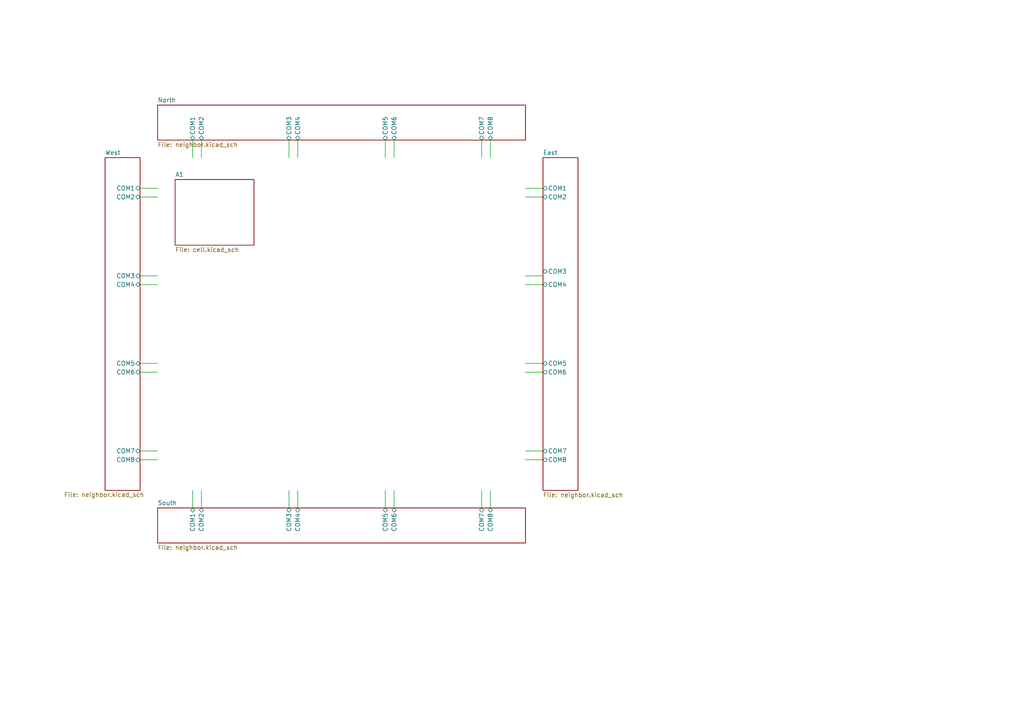
<source format=kicad_sch>
(kicad_sch
	(version 20231120)
	(generator "eeschema")
	(generator_version "8.0")
	(uuid "ff3c8bfc-2057-427e-8251-214e4adc7066")
	(paper "A4")
	(lib_symbols)
	(wire
		(pts
			(xy 114.3 40.64) (xy 114.3 45.72)
		)
		(stroke
			(width 0)
			(type default)
		)
		(uuid "0d200781-f006-4dc6-84e6-455b64a90f58")
	)
	(wire
		(pts
			(xy 83.82 40.64) (xy 83.82 45.72)
		)
		(stroke
			(width 0)
			(type default)
		)
		(uuid "0de16292-fab1-4dbd-a8fb-b21492f5240a")
	)
	(wire
		(pts
			(xy 139.7 40.64) (xy 139.7 45.72)
		)
		(stroke
			(width 0)
			(type default)
		)
		(uuid "0e43b729-f42f-46fb-9596-a245f9d5e2cc")
	)
	(wire
		(pts
			(xy 139.7 142.24) (xy 139.7 147.32)
		)
		(stroke
			(width 0)
			(type default)
		)
		(uuid "0f26eff5-e710-4395-9fbe-0f16590fb6a3")
	)
	(wire
		(pts
			(xy 152.4 130.81) (xy 157.48 130.81)
		)
		(stroke
			(width 0)
			(type default)
		)
		(uuid "1c38509a-07ea-4525-990f-11e0b60f9fb4")
	)
	(wire
		(pts
			(xy 142.24 142.24) (xy 142.24 147.32)
		)
		(stroke
			(width 0)
			(type default)
		)
		(uuid "2594c66e-1347-45d7-8154-c2fb403390b4")
	)
	(wire
		(pts
			(xy 111.76 142.24) (xy 111.76 147.32)
		)
		(stroke
			(width 0)
			(type default)
		)
		(uuid "36f09b31-5405-4676-b9bd-8fd42f1a6135")
	)
	(wire
		(pts
			(xy 40.64 107.95) (xy 45.72 107.95)
		)
		(stroke
			(width 0)
			(type default)
		)
		(uuid "3cd7b9d7-c372-4d7b-81d9-1632812f7cac")
	)
	(wire
		(pts
			(xy 152.4 105.41) (xy 157.48 105.41)
		)
		(stroke
			(width 0)
			(type default)
		)
		(uuid "3ee83b7c-d8ea-428e-92d8-651d59bcef6c")
	)
	(wire
		(pts
			(xy 55.88 142.24) (xy 55.88 147.32)
		)
		(stroke
			(width 0)
			(type default)
		)
		(uuid "4a126896-9a4f-4415-83b8-be8be4fd156b")
	)
	(wire
		(pts
			(xy 55.88 40.64) (xy 55.88 45.72)
		)
		(stroke
			(width 0)
			(type default)
		)
		(uuid "4ae47baf-37bb-48d6-b8cc-89aee578edc9")
	)
	(wire
		(pts
			(xy 111.76 40.64) (xy 111.76 45.72)
		)
		(stroke
			(width 0)
			(type default)
		)
		(uuid "5f8da6ad-d804-49b9-9d4d-b4903131331e")
	)
	(wire
		(pts
			(xy 152.4 133.35) (xy 157.48 133.35)
		)
		(stroke
			(width 0)
			(type default)
		)
		(uuid "693f32ff-9a9f-4857-aba3-6280de599a00")
	)
	(wire
		(pts
			(xy 152.4 57.15) (xy 157.48 57.15)
		)
		(stroke
			(width 0)
			(type default)
		)
		(uuid "69fa719e-fb59-4fbe-8667-346135174f34")
	)
	(wire
		(pts
			(xy 86.36 142.24) (xy 86.36 147.32)
		)
		(stroke
			(width 0)
			(type default)
		)
		(uuid "6b264aa3-fa95-4f33-8796-65624682037a")
	)
	(wire
		(pts
			(xy 40.64 130.81) (xy 45.72 130.81)
		)
		(stroke
			(width 0)
			(type default)
		)
		(uuid "756ebee3-a080-4fb8-9bde-94686e33e68d")
	)
	(wire
		(pts
			(xy 83.82 142.24) (xy 83.82 147.32)
		)
		(stroke
			(width 0)
			(type default)
		)
		(uuid "8ea18366-4dac-45e4-9676-a6712f9a965b")
	)
	(wire
		(pts
			(xy 40.64 80.01) (xy 45.72 80.01)
		)
		(stroke
			(width 0)
			(type default)
		)
		(uuid "911e2247-2d0b-4128-afbe-fc2208d92525")
	)
	(wire
		(pts
			(xy 58.42 142.24) (xy 58.42 147.32)
		)
		(stroke
			(width 0)
			(type default)
		)
		(uuid "977fed95-a72a-42f3-aa78-19b9ac1f4854")
	)
	(wire
		(pts
			(xy 40.64 57.15) (xy 45.72 57.15)
		)
		(stroke
			(width 0)
			(type default)
		)
		(uuid "af91b1a0-765f-47fa-a356-1eb2dca419f4")
	)
	(wire
		(pts
			(xy 40.64 133.35) (xy 45.72 133.35)
		)
		(stroke
			(width 0)
			(type default)
		)
		(uuid "b19bed5f-0239-49fc-a39c-9ae5a7f1c630")
	)
	(wire
		(pts
			(xy 152.4 54.61) (xy 157.48 54.61)
		)
		(stroke
			(width 0)
			(type default)
		)
		(uuid "bc4805b8-a3df-44b2-9ff9-8c0055a002ad")
	)
	(wire
		(pts
			(xy 40.64 82.55) (xy 45.72 82.55)
		)
		(stroke
			(width 0)
			(type default)
		)
		(uuid "beaf22fc-1a1d-4797-94dd-33e6d5996793")
	)
	(wire
		(pts
			(xy 152.4 80.01) (xy 157.48 80.01)
		)
		(stroke
			(width 0)
			(type default)
		)
		(uuid "c97eb480-b340-4438-8e52-a005416aa7a7")
	)
	(wire
		(pts
			(xy 40.64 105.41) (xy 45.72 105.41)
		)
		(stroke
			(width 0)
			(type default)
		)
		(uuid "ccc10d02-f46f-4c6c-83db-5ab8029b9320")
	)
	(wire
		(pts
			(xy 152.4 82.55) (xy 157.48 82.55)
		)
		(stroke
			(width 0)
			(type default)
		)
		(uuid "cfcb15f1-c6b2-473f-8f53-78ab1d90353a")
	)
	(wire
		(pts
			(xy 114.3 142.24) (xy 114.3 147.32)
		)
		(stroke
			(width 0)
			(type default)
		)
		(uuid "d447d4ec-b21d-44b6-9871-f48cbc5e30f9")
	)
	(wire
		(pts
			(xy 40.64 54.61) (xy 45.72 54.61)
		)
		(stroke
			(width 0)
			(type default)
		)
		(uuid "dac6bc91-4f4d-4fc3-8526-89f53512a7d6")
	)
	(wire
		(pts
			(xy 142.24 40.64) (xy 142.24 45.72)
		)
		(stroke
			(width 0)
			(type default)
		)
		(uuid "e028c4c3-b060-4969-8bf1-fc792aae0047")
	)
	(wire
		(pts
			(xy 58.42 40.64) (xy 58.42 45.72)
		)
		(stroke
			(width 0)
			(type default)
		)
		(uuid "e4203119-3c9a-4053-94d5-58b80f502b3c")
	)
	(wire
		(pts
			(xy 152.4 107.95) (xy 157.48 107.95)
		)
		(stroke
			(width 0)
			(type default)
		)
		(uuid "ef9e7fd2-2df2-47d0-ba84-5dad2567fbbf")
	)
	(wire
		(pts
			(xy 86.36 40.64) (xy 86.36 45.72)
		)
		(stroke
			(width 0)
			(type default)
		)
		(uuid "f5e4315a-0fbd-4ef4-8ef7-b182d7cbeb22")
	)
	(sheet
		(at 157.48 45.72)
		(size 10.16 96.52)
		(fields_autoplaced yes)
		(stroke
			(width 0.1524)
			(type solid)
		)
		(fill
			(color 0 0 0 0.0000)
		)
		(uuid "05e770d7-2efe-4663-98ad-3e554fa7fd2a")
		(property "Sheetname" "East"
			(at 157.48 45.0084 0)
			(effects
				(font
					(size 1.27 1.27)
				)
				(justify left bottom)
			)
		)
		(property "Sheetfile" "neighbor.kicad_sch"
			(at 157.48 142.8246 0)
			(effects
				(font
					(size 1.27 1.27)
				)
				(justify left top)
			)
		)
		(pin "COM4" bidirectional
			(at 157.48 82.55 180)
			(effects
				(font
					(size 1.27 1.27)
				)
				(justify left)
			)
			(uuid "147752f2-726c-4487-96a0-4108a8bf3c8a")
		)
		(pin "COM5" bidirectional
			(at 157.48 105.41 180)
			(effects
				(font
					(size 1.27 1.27)
				)
				(justify left)
			)
			(uuid "6ce8e468-d42c-4f97-952e-8c2a16b3e69b")
		)
		(pin "COM6" bidirectional
			(at 157.48 107.95 180)
			(effects
				(font
					(size 1.27 1.27)
				)
				(justify left)
			)
			(uuid "39db3984-b254-40b6-b5b1-7b4f84f7e947")
		)
		(pin "COM7" bidirectional
			(at 157.48 130.81 180)
			(effects
				(font
					(size 1.27 1.27)
				)
				(justify left)
			)
			(uuid "d279aada-ffd8-417d-8380-19325b82e6fb")
		)
		(pin "COM8" bidirectional
			(at 157.48 133.35 180)
			(effects
				(font
					(size 1.27 1.27)
				)
				(justify left)
			)
			(uuid "e2555b5e-7b6c-402c-8dd6-bb19309cc1f6")
		)
		(pin "COM2" bidirectional
			(at 157.48 57.15 180)
			(effects
				(font
					(size 1.27 1.27)
				)
				(justify left)
			)
			(uuid "010b4543-bcd3-46d8-b2b2-f003a4e8525e")
		)
		(pin "COM3" bidirectional
			(at 157.48 78.74 180)
			(effects
				(font
					(size 1.27 1.27)
				)
				(justify left)
			)
			(uuid "4ec7d1cb-cffc-47ce-8ae1-bee381e3d14f")
		)
		(pin "COM1" bidirectional
			(at 157.48 54.61 180)
			(effects
				(font
					(size 1.27 1.27)
				)
				(justify left)
			)
			(uuid "0aed802b-5595-4703-9d6e-1deac8dfcf43")
		)
		(instances
			(project "backplane-rev2"
				(path "/ff3c8bfc-2057-427e-8251-214e4adc7066"
					(page "84")
				)
			)
		)
	)
	(sheet
		(at 30.48 45.72)
		(size 10.16 96.52)
		(stroke
			(width 0.1524)
			(type solid)
		)
		(fill
			(color 0 0 0 0.0000)
		)
		(uuid "0ceee595-a9f7-410b-bfcf-17b926f0c3df")
		(property "Sheetname" "West"
			(at 30.48 45.0084 0)
			(effects
				(font
					(size 1.27 1.27)
				)
				(justify left bottom)
			)
		)
		(property "Sheetfile" "neighbor.kicad_sch"
			(at 18.542 142.748 0)
			(effects
				(font
					(size 1.27 1.27)
				)
				(justify left top)
			)
		)
		(pin "COM4" bidirectional
			(at 40.64 82.55 0)
			(effects
				(font
					(size 1.27 1.27)
				)
				(justify right)
			)
			(uuid "cf5af704-5103-4852-9118-6e53bec91dd2")
		)
		(pin "COM5" bidirectional
			(at 40.64 105.41 0)
			(effects
				(font
					(size 1.27 1.27)
				)
				(justify right)
			)
			(uuid "a4c7a45b-d1b6-4c09-b9a5-953401c1be30")
		)
		(pin "COM6" bidirectional
			(at 40.64 107.95 0)
			(effects
				(font
					(size 1.27 1.27)
				)
				(justify right)
			)
			(uuid "91c4ccea-697c-4478-bfaa-a70ce9e21fdc")
		)
		(pin "COM7" bidirectional
			(at 40.64 130.81 0)
			(effects
				(font
					(size 1.27 1.27)
				)
				(justify right)
			)
			(uuid "cd3f15d6-2d7c-4fb3-b3ae-a70804f2cb5b")
		)
		(pin "COM8" bidirectional
			(at 40.64 133.35 0)
			(effects
				(font
					(size 1.27 1.27)
				)
				(justify right)
			)
			(uuid "68138d1e-fda8-46a0-90b7-2bfe8c73ba37")
		)
		(pin "COM2" bidirectional
			(at 40.64 57.15 0)
			(effects
				(font
					(size 1.27 1.27)
				)
				(justify right)
			)
			(uuid "97c2b281-e776-4931-b83a-be667ed92c10")
		)
		(pin "COM3" bidirectional
			(at 40.64 80.01 0)
			(effects
				(font
					(size 1.27 1.27)
				)
				(justify right)
			)
			(uuid "2593b899-398a-4cab-a98a-77cf7f2ea6af")
		)
		(pin "COM1" bidirectional
			(at 40.64 54.61 0)
			(effects
				(font
					(size 1.27 1.27)
				)
				(justify right)
			)
			(uuid "59b4efb3-c045-4518-9e48-e8f4bf361c53")
		)
		(instances
			(project "backplane-rev2"
				(path "/ff3c8bfc-2057-427e-8251-214e4adc7066"
					(page "85")
				)
			)
		)
	)
	(sheet
		(at 45.72 30.48)
		(size 106.68 10.16)
		(fields_autoplaced yes)
		(stroke
			(width 0.1524)
			(type solid)
		)
		(fill
			(color 0 0 0 0.0000)
		)
		(uuid "6d594400-58f9-456c-9632-cfb360811697")
		(property "Sheetname" "North"
			(at 45.72 29.7684 0)
			(effects
				(font
					(size 1.27 1.27)
				)
				(justify left bottom)
			)
		)
		(property "Sheetfile" "neighbor.kicad_sch"
			(at 45.72 41.2246 0)
			(effects
				(font
					(size 1.27 1.27)
				)
				(justify left top)
			)
		)
		(pin "COM4" bidirectional
			(at 86.36 40.64 270)
			(effects
				(font
					(size 1.27 1.27)
				)
				(justify left)
			)
			(uuid "f8477c55-c9d1-41c0-b20d-7ab99bae4724")
		)
		(pin "COM5" bidirectional
			(at 111.76 40.64 270)
			(effects
				(font
					(size 1.27 1.27)
				)
				(justify left)
			)
			(uuid "0b064bfc-aa5b-48a1-bdf3-ea923c543b24")
		)
		(pin "COM6" bidirectional
			(at 114.3 40.64 270)
			(effects
				(font
					(size 1.27 1.27)
				)
				(justify left)
			)
			(uuid "84e38ee0-4f40-4a12-bbde-e2e67d0939a5")
		)
		(pin "COM7" bidirectional
			(at 139.7 40.64 270)
			(effects
				(font
					(size 1.27 1.27)
				)
				(justify left)
			)
			(uuid "07819214-4312-4b44-b556-574097a7f10d")
		)
		(pin "COM8" bidirectional
			(at 142.24 40.64 270)
			(effects
				(font
					(size 1.27 1.27)
				)
				(justify left)
			)
			(uuid "3427d819-3ccf-48d2-88f3-838fdb153d1e")
		)
		(pin "COM2" bidirectional
			(at 58.42 40.64 270)
			(effects
				(font
					(size 1.27 1.27)
				)
				(justify left)
			)
			(uuid "0e572999-bff2-45c2-906e-6d3a82ac8f4f")
		)
		(pin "COM3" bidirectional
			(at 83.82 40.64 270)
			(effects
				(font
					(size 1.27 1.27)
				)
				(justify left)
			)
			(uuid "6142382f-457c-4a00-a3f2-9c3cda19e12a")
		)
		(pin "COM1" bidirectional
			(at 55.88 40.64 270)
			(effects
				(font
					(size 1.27 1.27)
				)
				(justify left)
			)
			(uuid "715959aa-7035-4a8b-82d9-8dd6f623f6aa")
		)
		(instances
			(project "backplane-rev2"
				(path "/ff3c8bfc-2057-427e-8251-214e4adc7066"
					(page "82")
				)
			)
		)
	)
	(sheet
		(at 45.72 147.32)
		(size 106.68 10.16)
		(fields_autoplaced yes)
		(stroke
			(width 0.1524)
			(type solid)
		)
		(fill
			(color 0 0 0 0.0000)
		)
		(uuid "c50f62db-bb72-4dd7-bde3-ff863c5ff986")
		(property "Sheetname" "South"
			(at 45.72 146.6084 0)
			(effects
				(font
					(size 1.27 1.27)
				)
				(justify left bottom)
			)
		)
		(property "Sheetfile" "neighbor.kicad_sch"
			(at 45.72 158.0646 0)
			(effects
				(font
					(size 1.27 1.27)
				)
				(justify left top)
			)
		)
		(pin "COM4" bidirectional
			(at 86.36 147.32 90)
			(effects
				(font
					(size 1.27 1.27)
				)
				(justify right)
			)
			(uuid "26f87dd4-e038-49b5-ad23-dde4cb0261f4")
		)
		(pin "COM5" bidirectional
			(at 111.76 147.32 90)
			(effects
				(font
					(size 1.27 1.27)
				)
				(justify right)
			)
			(uuid "5142785b-9814-4cd4-a632-0156e2b08f58")
		)
		(pin "COM6" bidirectional
			(at 114.3 147.32 90)
			(effects
				(font
					(size 1.27 1.27)
				)
				(justify right)
			)
			(uuid "e90bb1dd-db5e-4c85-ba02-f6e7d7dfc863")
		)
		(pin "COM7" bidirectional
			(at 139.7 147.32 90)
			(effects
				(font
					(size 1.27 1.27)
				)
				(justify right)
			)
			(uuid "cc0c5042-199f-44e1-ac6d-186cf8bd8a8a")
		)
		(pin "COM8" bidirectional
			(at 142.24 147.32 90)
			(effects
				(font
					(size 1.27 1.27)
				)
				(justify right)
			)
			(uuid "05e8b3f2-a279-4a1d-9c62-e8ac86b58063")
		)
		(pin "COM2" bidirectional
			(at 58.42 147.32 90)
			(effects
				(font
					(size 1.27 1.27)
				)
				(justify right)
			)
			(uuid "ebff890f-b9bf-48fb-a337-0a6bb5d20b10")
		)
		(pin "COM3" bidirectional
			(at 83.82 147.32 90)
			(effects
				(font
					(size 1.27 1.27)
				)
				(justify right)
			)
			(uuid "5d348a6a-f20a-4cc2-bc72-37a1f039f3af")
		)
		(pin "COM1" bidirectional
			(at 55.88 147.32 90)
			(effects
				(font
					(size 1.27 1.27)
				)
				(justify right)
			)
			(uuid "b0a7b81a-7c49-442d-a3d2-a86ee831d104")
		)
		(instances
			(project "backplane-rev2"
				(path "/ff3c8bfc-2057-427e-8251-214e4adc7066"
					(page "83")
				)
			)
		)
	)
	(sheet
		(at 50.8 52.07)
		(size 22.86 19.05)
		(fields_autoplaced yes)
		(stroke
			(width 0.1524)
			(type solid)
		)
		(fill
			(color 0 0 0 0.0000)
		)
		(uuid "f8dbc904-2761-4193-85b0-09dc224b62f6")
		(property "Sheetname" "A1"
			(at 50.8 51.3584 0)
			(effects
				(font
					(size 1.27 1.27)
				)
				(justify left bottom)
			)
		)
		(property "Sheetfile" "cell.kicad_sch"
			(at 50.8 71.7046 0)
			(effects
				(font
					(size 1.27 1.27)
				)
				(justify left top)
			)
		)
		(instances
			(project "backplane-rev2"
				(path "/ff3c8bfc-2057-427e-8251-214e4adc7066"
					(page "6")
				)
			)
		)
	)
	(sheet_instances
		(path "/"
			(page "1")
		)
	)
)
</source>
